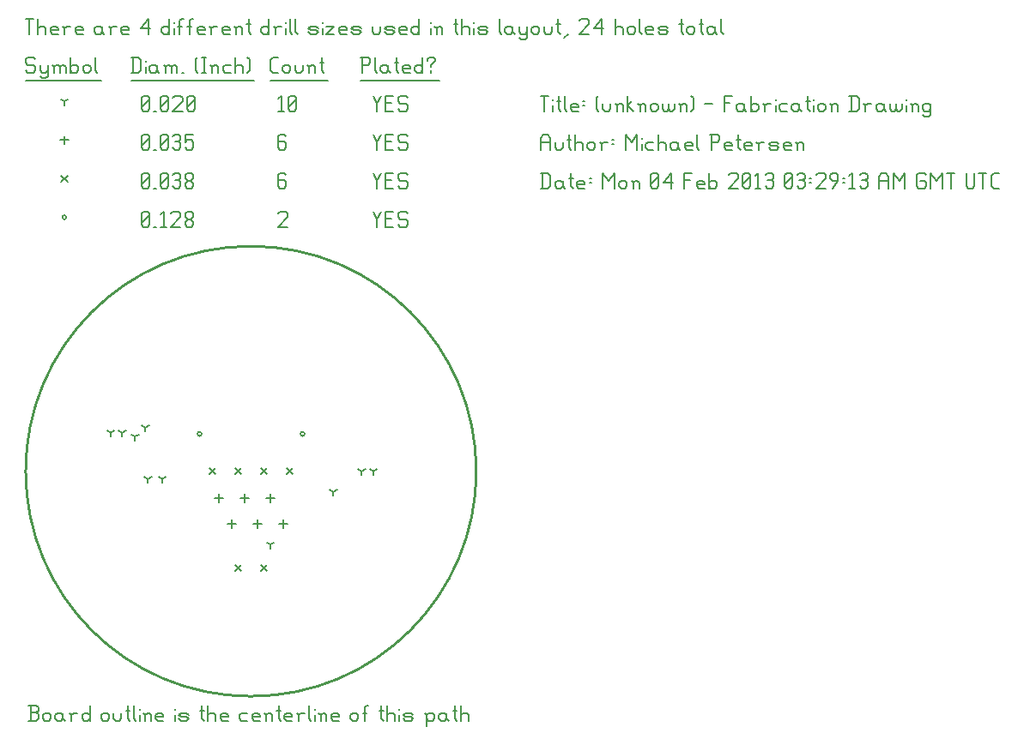
<source format=gbr>
G04 start of page 12 for group -3984 idx -3984 *
G04 Title: (unknown), fab *
G04 Creator: pcb 20110918 *
G04 CreationDate: Mon 04 Feb 2013 03:29:13 AM GMT UTC *
G04 For: petersen *
G04 Format: Gerber/RS-274X *
G04 PCB-Dimensions: 175000 175000 *
G04 PCB-Coordinate-Origin: lower left *
%MOIN*%
%FSLAX25Y25*%
%LNFAB*%
%ADD57C,0.0100*%
%ADD56C,0.0075*%
%ADD55C,0.0060*%
%ADD54R,0.0080X0.0080*%
G54D54*X106700Y102000D02*G75*G03X108300Y102000I800J0D01*G01*
G75*G03X106700Y102000I-800J0D01*G01*
X66700D02*G75*G03X68300Y102000I800J0D01*G01*
G75*G03X66700Y102000I-800J0D01*G01*
X14200Y186250D02*G75*G03X15800Y186250I800J0D01*G01*
G75*G03X14200Y186250I-800J0D01*G01*
G54D55*X135000Y188500D02*X136500Y185500D01*
X138000Y188500D01*
X136500Y185500D02*Y182500D01*
X139800Y185800D02*X142050D01*
X139800Y182500D02*X142800D01*
X139800Y188500D02*Y182500D01*
Y188500D02*X142800D01*
X147600D02*X148350Y187750D01*
X145350Y188500D02*X147600D01*
X144600Y187750D02*X145350Y188500D01*
X144600Y187750D02*Y186250D01*
X145350Y185500D01*
X147600D01*
X148350Y184750D01*
Y183250D01*
X147600Y182500D02*X148350Y183250D01*
X145350Y182500D02*X147600D01*
X144600Y183250D02*X145350Y182500D01*
X98000Y187750D02*X98750Y188500D01*
X101000D01*
X101750Y187750D01*
Y186250D01*
X98000Y182500D02*X101750Y186250D01*
X98000Y182500D02*X101750D01*
X45000Y183250D02*X45750Y182500D01*
X45000Y187750D02*Y183250D01*
Y187750D02*X45750Y188500D01*
X47250D01*
X48000Y187750D01*
Y183250D01*
X47250Y182500D02*X48000Y183250D01*
X45750Y182500D02*X47250D01*
X45000Y184000D02*X48000Y187000D01*
X49800Y182500D02*X50550D01*
X52350Y187300D02*X53550Y188500D01*
Y182500D01*
X52350D02*X54600D01*
X56400Y187750D02*X57150Y188500D01*
X59400D01*
X60150Y187750D01*
Y186250D01*
X56400Y182500D02*X60150Y186250D01*
X56400Y182500D02*X60150D01*
X61950Y183250D02*X62700Y182500D01*
X61950Y184450D02*Y183250D01*
Y184450D02*X63000Y185500D01*
X63900D01*
X64950Y184450D01*
Y183250D01*
X64200Y182500D02*X64950Y183250D01*
X62700Y182500D02*X64200D01*
X61950Y186550D02*X63000Y185500D01*
X61950Y187750D02*Y186550D01*
Y187750D02*X62700Y188500D01*
X64200D01*
X64950Y187750D01*
Y186550D01*
X63900Y185500D02*X64950Y186550D01*
X81300Y51200D02*X83700Y48800D01*
X81300D02*X83700Y51200D01*
X91300D02*X93700Y48800D01*
X91300D02*X93700Y51200D01*
X71300Y88700D02*X73700Y86300D01*
X71300D02*X73700Y88700D01*
X81300D02*X83700Y86300D01*
X81300D02*X83700Y88700D01*
X91300D02*X93700Y86300D01*
X91300D02*X93700Y88700D01*
X101300D02*X103700Y86300D01*
X101300D02*X103700Y88700D01*
X13800Y202450D02*X16200Y200050D01*
X13800D02*X16200Y202450D01*
X135000Y203500D02*X136500Y200500D01*
X138000Y203500D01*
X136500Y200500D02*Y197500D01*
X139800Y200800D02*X142050D01*
X139800Y197500D02*X142800D01*
X139800Y203500D02*Y197500D01*
Y203500D02*X142800D01*
X147600D02*X148350Y202750D01*
X145350Y203500D02*X147600D01*
X144600Y202750D02*X145350Y203500D01*
X144600Y202750D02*Y201250D01*
X145350Y200500D01*
X147600D01*
X148350Y199750D01*
Y198250D01*
X147600Y197500D02*X148350Y198250D01*
X145350Y197500D02*X147600D01*
X144600Y198250D02*X145350Y197500D01*
X100250Y203500D02*X101000Y202750D01*
X98750Y203500D02*X100250D01*
X98000Y202750D02*X98750Y203500D01*
X98000Y202750D02*Y198250D01*
X98750Y197500D01*
X100250Y200800D02*X101000Y200050D01*
X98000Y200800D02*X100250D01*
X98750Y197500D02*X100250D01*
X101000Y198250D01*
Y200050D02*Y198250D01*
X45000D02*X45750Y197500D01*
X45000Y202750D02*Y198250D01*
Y202750D02*X45750Y203500D01*
X47250D01*
X48000Y202750D01*
Y198250D01*
X47250Y197500D02*X48000Y198250D01*
X45750Y197500D02*X47250D01*
X45000Y199000D02*X48000Y202000D01*
X49800Y197500D02*X50550D01*
X52350Y198250D02*X53100Y197500D01*
X52350Y202750D02*Y198250D01*
Y202750D02*X53100Y203500D01*
X54600D01*
X55350Y202750D01*
Y198250D01*
X54600Y197500D02*X55350Y198250D01*
X53100Y197500D02*X54600D01*
X52350Y199000D02*X55350Y202000D01*
X57150Y202750D02*X57900Y203500D01*
X59400D01*
X60150Y202750D01*
X59400Y197500D02*X60150Y198250D01*
X57900Y197500D02*X59400D01*
X57150Y198250D02*X57900Y197500D01*
Y200800D02*X59400D01*
X60150Y202750D02*Y201550D01*
Y200050D02*Y198250D01*
Y200050D02*X59400Y200800D01*
X60150Y201550D02*X59400Y200800D01*
X61950Y198250D02*X62700Y197500D01*
X61950Y199450D02*Y198250D01*
Y199450D02*X63000Y200500D01*
X63900D01*
X64950Y199450D01*
Y198250D01*
X64200Y197500D02*X64950Y198250D01*
X62700Y197500D02*X64200D01*
X61950Y201550D02*X63000Y200500D01*
X61950Y202750D02*Y201550D01*
Y202750D02*X62700Y203500D01*
X64200D01*
X64950Y202750D01*
Y201550D01*
X63900Y200500D02*X64950Y201550D01*
X100000Y68600D02*Y65400D01*
X98400Y67000D02*X101600D01*
X95000Y78600D02*Y75400D01*
X93400Y77000D02*X96600D01*
X90000Y68600D02*Y65400D01*
X88400Y67000D02*X91600D01*
X85000Y78600D02*Y75400D01*
X83400Y77000D02*X86600D01*
X80000Y68600D02*Y65400D01*
X78400Y67000D02*X81600D01*
X75000Y78600D02*Y75400D01*
X73400Y77000D02*X76600D01*
X15000Y217850D02*Y214650D01*
X13400Y216250D02*X16600D01*
X135000Y218500D02*X136500Y215500D01*
X138000Y218500D01*
X136500Y215500D02*Y212500D01*
X139800Y215800D02*X142050D01*
X139800Y212500D02*X142800D01*
X139800Y218500D02*Y212500D01*
Y218500D02*X142800D01*
X147600D02*X148350Y217750D01*
X145350Y218500D02*X147600D01*
X144600Y217750D02*X145350Y218500D01*
X144600Y217750D02*Y216250D01*
X145350Y215500D01*
X147600D01*
X148350Y214750D01*
Y213250D01*
X147600Y212500D02*X148350Y213250D01*
X145350Y212500D02*X147600D01*
X144600Y213250D02*X145350Y212500D01*
X100250Y218500D02*X101000Y217750D01*
X98750Y218500D02*X100250D01*
X98000Y217750D02*X98750Y218500D01*
X98000Y217750D02*Y213250D01*
X98750Y212500D01*
X100250Y215800D02*X101000Y215050D01*
X98000Y215800D02*X100250D01*
X98750Y212500D02*X100250D01*
X101000Y213250D01*
Y215050D02*Y213250D01*
X45000D02*X45750Y212500D01*
X45000Y217750D02*Y213250D01*
Y217750D02*X45750Y218500D01*
X47250D01*
X48000Y217750D01*
Y213250D01*
X47250Y212500D02*X48000Y213250D01*
X45750Y212500D02*X47250D01*
X45000Y214000D02*X48000Y217000D01*
X49800Y212500D02*X50550D01*
X52350Y213250D02*X53100Y212500D01*
X52350Y217750D02*Y213250D01*
Y217750D02*X53100Y218500D01*
X54600D01*
X55350Y217750D01*
Y213250D01*
X54600Y212500D02*X55350Y213250D01*
X53100Y212500D02*X54600D01*
X52350Y214000D02*X55350Y217000D01*
X57150Y217750D02*X57900Y218500D01*
X59400D01*
X60150Y217750D01*
X59400Y212500D02*X60150Y213250D01*
X57900Y212500D02*X59400D01*
X57150Y213250D02*X57900Y212500D01*
Y215800D02*X59400D01*
X60150Y217750D02*Y216550D01*
Y215050D02*Y213250D01*
Y215050D02*X59400Y215800D01*
X60150Y216550D02*X59400Y215800D01*
X61950Y218500D02*X64950D01*
X61950D02*Y215500D01*
X62700Y216250D01*
X64200D01*
X64950Y215500D01*
Y213250D01*
X64200Y212500D02*X64950Y213250D01*
X62700Y212500D02*X64200D01*
X61950Y213250D02*X62700Y212500D01*
X95000Y59000D02*Y57400D01*
Y59000D02*X96387Y59800D01*
X95000Y59000D02*X93613Y59800D01*
X53000Y84500D02*Y82900D01*
Y84500D02*X54387Y85300D01*
X53000Y84500D02*X51613Y85300D01*
X47500Y84500D02*Y82900D01*
Y84500D02*X48887Y85300D01*
X47500Y84500D02*X46113Y85300D01*
X46500Y104500D02*Y102900D01*
Y104500D02*X47887Y105300D01*
X46500Y104500D02*X45113Y105300D01*
X42500Y101000D02*Y99400D01*
Y101000D02*X43887Y101800D01*
X42500Y101000D02*X41113Y101800D01*
X37500Y102500D02*Y100900D01*
Y102500D02*X38887Y103300D01*
X37500Y102500D02*X36113Y103300D01*
X33000Y102500D02*Y100900D01*
Y102500D02*X34387Y103300D01*
X33000Y102500D02*X31613Y103300D01*
X119500Y79500D02*Y77900D01*
Y79500D02*X120887Y80300D01*
X119500Y79500D02*X118113Y80300D01*
X130500Y87500D02*Y85900D01*
Y87500D02*X131887Y88300D01*
X130500Y87500D02*X129113Y88300D01*
X135000Y87500D02*Y85900D01*
Y87500D02*X136387Y88300D01*
X135000Y87500D02*X133613Y88300D01*
X15000Y231250D02*Y229650D01*
Y231250D02*X16387Y232050D01*
X15000Y231250D02*X13613Y232050D01*
X135000Y233500D02*X136500Y230500D01*
X138000Y233500D01*
X136500Y230500D02*Y227500D01*
X139800Y230800D02*X142050D01*
X139800Y227500D02*X142800D01*
X139800Y233500D02*Y227500D01*
Y233500D02*X142800D01*
X147600D02*X148350Y232750D01*
X145350Y233500D02*X147600D01*
X144600Y232750D02*X145350Y233500D01*
X144600Y232750D02*Y231250D01*
X145350Y230500D01*
X147600D01*
X148350Y229750D01*
Y228250D01*
X147600Y227500D02*X148350Y228250D01*
X145350Y227500D02*X147600D01*
X144600Y228250D02*X145350Y227500D01*
X98000Y232300D02*X99200Y233500D01*
Y227500D01*
X98000D02*X100250D01*
X102050Y228250D02*X102800Y227500D01*
X102050Y232750D02*Y228250D01*
Y232750D02*X102800Y233500D01*
X104300D01*
X105050Y232750D01*
Y228250D01*
X104300Y227500D02*X105050Y228250D01*
X102800Y227500D02*X104300D01*
X102050Y229000D02*X105050Y232000D01*
X45000Y228250D02*X45750Y227500D01*
X45000Y232750D02*Y228250D01*
Y232750D02*X45750Y233500D01*
X47250D01*
X48000Y232750D01*
Y228250D01*
X47250Y227500D02*X48000Y228250D01*
X45750Y227500D02*X47250D01*
X45000Y229000D02*X48000Y232000D01*
X49800Y227500D02*X50550D01*
X52350Y228250D02*X53100Y227500D01*
X52350Y232750D02*Y228250D01*
Y232750D02*X53100Y233500D01*
X54600D01*
X55350Y232750D01*
Y228250D01*
X54600Y227500D02*X55350Y228250D01*
X53100Y227500D02*X54600D01*
X52350Y229000D02*X55350Y232000D01*
X57150Y232750D02*X57900Y233500D01*
X60150D01*
X60900Y232750D01*
Y231250D01*
X57150Y227500D02*X60900Y231250D01*
X57150Y227500D02*X60900D01*
X62700Y228250D02*X63450Y227500D01*
X62700Y232750D02*Y228250D01*
Y232750D02*X63450Y233500D01*
X64950D01*
X65700Y232750D01*
Y228250D01*
X64950Y227500D02*X65700Y228250D01*
X63450Y227500D02*X64950D01*
X62700Y229000D02*X65700Y232000D01*
X3000Y248500D02*X3750Y247750D01*
X750Y248500D02*X3000D01*
X0Y247750D02*X750Y248500D01*
X0Y247750D02*Y246250D01*
X750Y245500D01*
X3000D01*
X3750Y244750D01*
Y243250D01*
X3000Y242500D02*X3750Y243250D01*
X750Y242500D02*X3000D01*
X0Y243250D02*X750Y242500D01*
X5550Y245500D02*Y243250D01*
X6300Y242500D01*
X8550Y245500D02*Y241000D01*
X7800Y240250D02*X8550Y241000D01*
X6300Y240250D02*X7800D01*
X5550Y241000D02*X6300Y240250D01*
Y242500D02*X7800D01*
X8550Y243250D01*
X11100Y244750D02*Y242500D01*
Y244750D02*X11850Y245500D01*
X12600D01*
X13350Y244750D01*
Y242500D01*
Y244750D02*X14100Y245500D01*
X14850D01*
X15600Y244750D01*
Y242500D01*
X10350Y245500D02*X11100Y244750D01*
X17400Y248500D02*Y242500D01*
Y243250D02*X18150Y242500D01*
X19650D01*
X20400Y243250D01*
Y244750D02*Y243250D01*
X19650Y245500D02*X20400Y244750D01*
X18150Y245500D02*X19650D01*
X17400Y244750D02*X18150Y245500D01*
X22200Y244750D02*Y243250D01*
Y244750D02*X22950Y245500D01*
X24450D01*
X25200Y244750D01*
Y243250D01*
X24450Y242500D02*X25200Y243250D01*
X22950Y242500D02*X24450D01*
X22200Y243250D02*X22950Y242500D01*
X27000Y248500D02*Y243250D01*
X27750Y242500D01*
X0Y239250D02*X29250D01*
X41750Y248500D02*Y242500D01*
X43700Y248500D02*X44750Y247450D01*
Y243550D01*
X43700Y242500D02*X44750Y243550D01*
X41000Y242500D02*X43700D01*
X41000Y248500D02*X43700D01*
G54D56*X46550Y247000D02*Y246850D01*
G54D55*Y244750D02*Y242500D01*
X50300Y245500D02*X51050Y244750D01*
X48800Y245500D02*X50300D01*
X48050Y244750D02*X48800Y245500D01*
X48050Y244750D02*Y243250D01*
X48800Y242500D01*
X51050Y245500D02*Y243250D01*
X51800Y242500D01*
X48800D02*X50300D01*
X51050Y243250D01*
X54350Y244750D02*Y242500D01*
Y244750D02*X55100Y245500D01*
X55850D01*
X56600Y244750D01*
Y242500D01*
Y244750D02*X57350Y245500D01*
X58100D01*
X58850Y244750D01*
Y242500D01*
X53600Y245500D02*X54350Y244750D01*
X60650Y242500D02*X61400D01*
X65900Y243250D02*X66650Y242500D01*
X65900Y247750D02*X66650Y248500D01*
X65900Y247750D02*Y243250D01*
X68450Y248500D02*X69950D01*
X69200D02*Y242500D01*
X68450D02*X69950D01*
X72500Y244750D02*Y242500D01*
Y244750D02*X73250Y245500D01*
X74000D01*
X74750Y244750D01*
Y242500D01*
X71750Y245500D02*X72500Y244750D01*
X77300Y245500D02*X79550D01*
X76550Y244750D02*X77300Y245500D01*
X76550Y244750D02*Y243250D01*
X77300Y242500D01*
X79550D01*
X81350Y248500D02*Y242500D01*
Y244750D02*X82100Y245500D01*
X83600D01*
X84350Y244750D01*
Y242500D01*
X86150Y248500D02*X86900Y247750D01*
Y243250D01*
X86150Y242500D02*X86900Y243250D01*
X41000Y239250D02*X88700D01*
X96050Y242500D02*X98000D01*
X95000Y243550D02*X96050Y242500D01*
X95000Y247450D02*Y243550D01*
Y247450D02*X96050Y248500D01*
X98000D01*
X99800Y244750D02*Y243250D01*
Y244750D02*X100550Y245500D01*
X102050D01*
X102800Y244750D01*
Y243250D01*
X102050Y242500D02*X102800Y243250D01*
X100550Y242500D02*X102050D01*
X99800Y243250D02*X100550Y242500D01*
X104600Y245500D02*Y243250D01*
X105350Y242500D01*
X106850D01*
X107600Y243250D01*
Y245500D02*Y243250D01*
X110150Y244750D02*Y242500D01*
Y244750D02*X110900Y245500D01*
X111650D01*
X112400Y244750D01*
Y242500D01*
X109400Y245500D02*X110150Y244750D01*
X114950Y248500D02*Y243250D01*
X115700Y242500D01*
X114200Y246250D02*X115700D01*
X95000Y239250D02*X117200D01*
X130750Y248500D02*Y242500D01*
X130000Y248500D02*X133000D01*
X133750Y247750D01*
Y246250D01*
X133000Y245500D02*X133750Y246250D01*
X130750Y245500D02*X133000D01*
X135550Y248500D02*Y243250D01*
X136300Y242500D01*
X140050Y245500D02*X140800Y244750D01*
X138550Y245500D02*X140050D01*
X137800Y244750D02*X138550Y245500D01*
X137800Y244750D02*Y243250D01*
X138550Y242500D01*
X140800Y245500D02*Y243250D01*
X141550Y242500D01*
X138550D02*X140050D01*
X140800Y243250D01*
X144100Y248500D02*Y243250D01*
X144850Y242500D01*
X143350Y246250D02*X144850D01*
X147100Y242500D02*X149350D01*
X146350Y243250D02*X147100Y242500D01*
X146350Y244750D02*Y243250D01*
Y244750D02*X147100Y245500D01*
X148600D01*
X149350Y244750D01*
X146350Y244000D02*X149350D01*
Y244750D02*Y244000D01*
X154150Y248500D02*Y242500D01*
X153400D02*X154150Y243250D01*
X151900Y242500D02*X153400D01*
X151150Y243250D02*X151900Y242500D01*
X151150Y244750D02*Y243250D01*
Y244750D02*X151900Y245500D01*
X153400D01*
X154150Y244750D01*
X157450Y245500D02*Y244750D01*
Y243250D02*Y242500D01*
X155950Y247750D02*Y247000D01*
Y247750D02*X156700Y248500D01*
X158200D01*
X158950Y247750D01*
Y247000D01*
X157450Y245500D02*X158950Y247000D01*
X130000Y239250D02*X160750D01*
X0Y263500D02*X3000D01*
X1500D02*Y257500D01*
X4800Y263500D02*Y257500D01*
Y259750D02*X5550Y260500D01*
X7050D01*
X7800Y259750D01*
Y257500D01*
X10350D02*X12600D01*
X9600Y258250D02*X10350Y257500D01*
X9600Y259750D02*Y258250D01*
Y259750D02*X10350Y260500D01*
X11850D01*
X12600Y259750D01*
X9600Y259000D02*X12600D01*
Y259750D02*Y259000D01*
X15150Y259750D02*Y257500D01*
Y259750D02*X15900Y260500D01*
X17400D01*
X14400D02*X15150Y259750D01*
X19950Y257500D02*X22200D01*
X19200Y258250D02*X19950Y257500D01*
X19200Y259750D02*Y258250D01*
Y259750D02*X19950Y260500D01*
X21450D01*
X22200Y259750D01*
X19200Y259000D02*X22200D01*
Y259750D02*Y259000D01*
X28950Y260500D02*X29700Y259750D01*
X27450Y260500D02*X28950D01*
X26700Y259750D02*X27450Y260500D01*
X26700Y259750D02*Y258250D01*
X27450Y257500D01*
X29700Y260500D02*Y258250D01*
X30450Y257500D01*
X27450D02*X28950D01*
X29700Y258250D01*
X33000Y259750D02*Y257500D01*
Y259750D02*X33750Y260500D01*
X35250D01*
X32250D02*X33000Y259750D01*
X37800Y257500D02*X40050D01*
X37050Y258250D02*X37800Y257500D01*
X37050Y259750D02*Y258250D01*
Y259750D02*X37800Y260500D01*
X39300D01*
X40050Y259750D01*
X37050Y259000D02*X40050D01*
Y259750D02*Y259000D01*
X44550Y259750D02*X47550Y263500D01*
X44550Y259750D02*X48300D01*
X47550Y263500D02*Y257500D01*
X55800Y263500D02*Y257500D01*
X55050D02*X55800Y258250D01*
X53550Y257500D02*X55050D01*
X52800Y258250D02*X53550Y257500D01*
X52800Y259750D02*Y258250D01*
Y259750D02*X53550Y260500D01*
X55050D01*
X55800Y259750D01*
G54D56*X57600Y262000D02*Y261850D01*
G54D55*Y259750D02*Y257500D01*
X59850Y262750D02*Y257500D01*
Y262750D02*X60600Y263500D01*
X61350D01*
X59100Y260500D02*X60600D01*
X63600Y262750D02*Y257500D01*
Y262750D02*X64350Y263500D01*
X65100D01*
X62850Y260500D02*X64350D01*
X67350Y257500D02*X69600D01*
X66600Y258250D02*X67350Y257500D01*
X66600Y259750D02*Y258250D01*
Y259750D02*X67350Y260500D01*
X68850D01*
X69600Y259750D01*
X66600Y259000D02*X69600D01*
Y259750D02*Y259000D01*
X72150Y259750D02*Y257500D01*
Y259750D02*X72900Y260500D01*
X74400D01*
X71400D02*X72150Y259750D01*
X76950Y257500D02*X79200D01*
X76200Y258250D02*X76950Y257500D01*
X76200Y259750D02*Y258250D01*
Y259750D02*X76950Y260500D01*
X78450D01*
X79200Y259750D01*
X76200Y259000D02*X79200D01*
Y259750D02*Y259000D01*
X81750Y259750D02*Y257500D01*
Y259750D02*X82500Y260500D01*
X83250D01*
X84000Y259750D01*
Y257500D01*
X81000Y260500D02*X81750Y259750D01*
X86550Y263500D02*Y258250D01*
X87300Y257500D01*
X85800Y261250D02*X87300D01*
X94500Y263500D02*Y257500D01*
X93750D02*X94500Y258250D01*
X92250Y257500D02*X93750D01*
X91500Y258250D02*X92250Y257500D01*
X91500Y259750D02*Y258250D01*
Y259750D02*X92250Y260500D01*
X93750D01*
X94500Y259750D01*
X97050D02*Y257500D01*
Y259750D02*X97800Y260500D01*
X99300D01*
X96300D02*X97050Y259750D01*
G54D56*X101100Y262000D02*Y261850D01*
G54D55*Y259750D02*Y257500D01*
X102600Y263500D02*Y258250D01*
X103350Y257500D01*
X104850Y263500D02*Y258250D01*
X105600Y257500D01*
X110550D02*X112800D01*
X113550Y258250D01*
X112800Y259000D02*X113550Y258250D01*
X110550Y259000D02*X112800D01*
X109800Y259750D02*X110550Y259000D01*
X109800Y259750D02*X110550Y260500D01*
X112800D01*
X113550Y259750D01*
X109800Y258250D02*X110550Y257500D01*
G54D56*X115350Y262000D02*Y261850D01*
G54D55*Y259750D02*Y257500D01*
X116850Y260500D02*X119850D01*
X116850Y257500D02*X119850Y260500D01*
X116850Y257500D02*X119850D01*
X122400D02*X124650D01*
X121650Y258250D02*X122400Y257500D01*
X121650Y259750D02*Y258250D01*
Y259750D02*X122400Y260500D01*
X123900D01*
X124650Y259750D01*
X121650Y259000D02*X124650D01*
Y259750D02*Y259000D01*
X127200Y257500D02*X129450D01*
X130200Y258250D01*
X129450Y259000D02*X130200Y258250D01*
X127200Y259000D02*X129450D01*
X126450Y259750D02*X127200Y259000D01*
X126450Y259750D02*X127200Y260500D01*
X129450D01*
X130200Y259750D01*
X126450Y258250D02*X127200Y257500D01*
X134700Y260500D02*Y258250D01*
X135450Y257500D01*
X136950D01*
X137700Y258250D01*
Y260500D02*Y258250D01*
X140250Y257500D02*X142500D01*
X143250Y258250D01*
X142500Y259000D02*X143250Y258250D01*
X140250Y259000D02*X142500D01*
X139500Y259750D02*X140250Y259000D01*
X139500Y259750D02*X140250Y260500D01*
X142500D01*
X143250Y259750D01*
X139500Y258250D02*X140250Y257500D01*
X145800D02*X148050D01*
X145050Y258250D02*X145800Y257500D01*
X145050Y259750D02*Y258250D01*
Y259750D02*X145800Y260500D01*
X147300D01*
X148050Y259750D01*
X145050Y259000D02*X148050D01*
Y259750D02*Y259000D01*
X152850Y263500D02*Y257500D01*
X152100D02*X152850Y258250D01*
X150600Y257500D02*X152100D01*
X149850Y258250D02*X150600Y257500D01*
X149850Y259750D02*Y258250D01*
Y259750D02*X150600Y260500D01*
X152100D01*
X152850Y259750D01*
G54D56*X157350Y262000D02*Y261850D01*
G54D55*Y259750D02*Y257500D01*
X159600Y259750D02*Y257500D01*
Y259750D02*X160350Y260500D01*
X161100D01*
X161850Y259750D01*
Y257500D01*
X158850Y260500D02*X159600Y259750D01*
X167100Y263500D02*Y258250D01*
X167850Y257500D01*
X166350Y261250D02*X167850D01*
X169350Y263500D02*Y257500D01*
Y259750D02*X170100Y260500D01*
X171600D01*
X172350Y259750D01*
Y257500D01*
G54D56*X174150Y262000D02*Y261850D01*
G54D55*Y259750D02*Y257500D01*
X176400D02*X178650D01*
X179400Y258250D01*
X178650Y259000D02*X179400Y258250D01*
X176400Y259000D02*X178650D01*
X175650Y259750D02*X176400Y259000D01*
X175650Y259750D02*X176400Y260500D01*
X178650D01*
X179400Y259750D01*
X175650Y258250D02*X176400Y257500D01*
X183900Y263500D02*Y258250D01*
X184650Y257500D01*
X188400Y260500D02*X189150Y259750D01*
X186900Y260500D02*X188400D01*
X186150Y259750D02*X186900Y260500D01*
X186150Y259750D02*Y258250D01*
X186900Y257500D01*
X189150Y260500D02*Y258250D01*
X189900Y257500D01*
X186900D02*X188400D01*
X189150Y258250D01*
X191700Y260500D02*Y258250D01*
X192450Y257500D01*
X194700Y260500D02*Y256000D01*
X193950Y255250D02*X194700Y256000D01*
X192450Y255250D02*X193950D01*
X191700Y256000D02*X192450Y255250D01*
Y257500D02*X193950D01*
X194700Y258250D01*
X196500Y259750D02*Y258250D01*
Y259750D02*X197250Y260500D01*
X198750D01*
X199500Y259750D01*
Y258250D01*
X198750Y257500D02*X199500Y258250D01*
X197250Y257500D02*X198750D01*
X196500Y258250D02*X197250Y257500D01*
X201300Y260500D02*Y258250D01*
X202050Y257500D01*
X203550D01*
X204300Y258250D01*
Y260500D02*Y258250D01*
X206850Y263500D02*Y258250D01*
X207600Y257500D01*
X206100Y261250D02*X207600D01*
X209100Y256000D02*X210600Y257500D01*
X215100Y262750D02*X215850Y263500D01*
X218100D01*
X218850Y262750D01*
Y261250D01*
X215100Y257500D02*X218850Y261250D01*
X215100Y257500D02*X218850D01*
X220650Y259750D02*X223650Y263500D01*
X220650Y259750D02*X224400D01*
X223650Y263500D02*Y257500D01*
X228900Y263500D02*Y257500D01*
Y259750D02*X229650Y260500D01*
X231150D01*
X231900Y259750D01*
Y257500D01*
X233700Y259750D02*Y258250D01*
Y259750D02*X234450Y260500D01*
X235950D01*
X236700Y259750D01*
Y258250D01*
X235950Y257500D02*X236700Y258250D01*
X234450Y257500D02*X235950D01*
X233700Y258250D02*X234450Y257500D01*
X238500Y263500D02*Y258250D01*
X239250Y257500D01*
X241500D02*X243750D01*
X240750Y258250D02*X241500Y257500D01*
X240750Y259750D02*Y258250D01*
Y259750D02*X241500Y260500D01*
X243000D01*
X243750Y259750D01*
X240750Y259000D02*X243750D01*
Y259750D02*Y259000D01*
X246300Y257500D02*X248550D01*
X249300Y258250D01*
X248550Y259000D02*X249300Y258250D01*
X246300Y259000D02*X248550D01*
X245550Y259750D02*X246300Y259000D01*
X245550Y259750D02*X246300Y260500D01*
X248550D01*
X249300Y259750D01*
X245550Y258250D02*X246300Y257500D01*
X254550Y263500D02*Y258250D01*
X255300Y257500D01*
X253800Y261250D02*X255300D01*
X256800Y259750D02*Y258250D01*
Y259750D02*X257550Y260500D01*
X259050D01*
X259800Y259750D01*
Y258250D01*
X259050Y257500D02*X259800Y258250D01*
X257550Y257500D02*X259050D01*
X256800Y258250D02*X257550Y257500D01*
X262350Y263500D02*Y258250D01*
X263100Y257500D01*
X261600Y261250D02*X263100D01*
X266850Y260500D02*X267600Y259750D01*
X265350Y260500D02*X266850D01*
X264600Y259750D02*X265350Y260500D01*
X264600Y259750D02*Y258250D01*
X265350Y257500D01*
X267600Y260500D02*Y258250D01*
X268350Y257500D01*
X265350D02*X266850D01*
X267600Y258250D01*
X270150Y263500D02*Y258250D01*
X270900Y257500D01*
G54D57*X0Y87500D03*
X175000D03*
X87500Y175000D03*
Y0D03*
X0Y87500D02*G75*G03X0Y87500I87500J0D01*G01*
G54D55*X1175Y-9500D02*X4175D01*
X4925Y-8750D01*
Y-6950D02*Y-8750D01*
X4175Y-6200D02*X4925Y-6950D01*
X1925Y-6200D02*X4175D01*
X1925Y-3500D02*Y-9500D01*
X1175Y-3500D02*X4175D01*
X4925Y-4250D01*
Y-5450D01*
X4175Y-6200D02*X4925Y-5450D01*
X6725Y-7250D02*Y-8750D01*
Y-7250D02*X7475Y-6500D01*
X8975D01*
X9725Y-7250D01*
Y-8750D01*
X8975Y-9500D02*X9725Y-8750D01*
X7475Y-9500D02*X8975D01*
X6725Y-8750D02*X7475Y-9500D01*
X13775Y-6500D02*X14525Y-7250D01*
X12275Y-6500D02*X13775D01*
X11525Y-7250D02*X12275Y-6500D01*
X11525Y-7250D02*Y-8750D01*
X12275Y-9500D01*
X14525Y-6500D02*Y-8750D01*
X15275Y-9500D01*
X12275D02*X13775D01*
X14525Y-8750D01*
X17825Y-7250D02*Y-9500D01*
Y-7250D02*X18575Y-6500D01*
X20075D01*
X17075D02*X17825Y-7250D01*
X24875Y-3500D02*Y-9500D01*
X24125D02*X24875Y-8750D01*
X22625Y-9500D02*X24125D01*
X21875Y-8750D02*X22625Y-9500D01*
X21875Y-7250D02*Y-8750D01*
Y-7250D02*X22625Y-6500D01*
X24125D01*
X24875Y-7250D01*
X29375D02*Y-8750D01*
Y-7250D02*X30125Y-6500D01*
X31625D01*
X32375Y-7250D01*
Y-8750D01*
X31625Y-9500D02*X32375Y-8750D01*
X30125Y-9500D02*X31625D01*
X29375Y-8750D02*X30125Y-9500D01*
X34175Y-6500D02*Y-8750D01*
X34925Y-9500D01*
X36425D01*
X37175Y-8750D01*
Y-6500D02*Y-8750D01*
X39725Y-3500D02*Y-8750D01*
X40475Y-9500D01*
X38975Y-5750D02*X40475D01*
X41975Y-3500D02*Y-8750D01*
X42725Y-9500D01*
G54D56*X44225Y-5000D02*Y-5150D01*
G54D55*Y-7250D02*Y-9500D01*
X46475Y-7250D02*Y-9500D01*
Y-7250D02*X47225Y-6500D01*
X47975D01*
X48725Y-7250D01*
Y-9500D01*
X45725Y-6500D02*X46475Y-7250D01*
X51275Y-9500D02*X53525D01*
X50525Y-8750D02*X51275Y-9500D01*
X50525Y-7250D02*Y-8750D01*
Y-7250D02*X51275Y-6500D01*
X52775D01*
X53525Y-7250D01*
X50525Y-8000D02*X53525D01*
Y-7250D02*Y-8000D01*
G54D56*X58025Y-5000D02*Y-5150D01*
G54D55*Y-7250D02*Y-9500D01*
X60275D02*X62525D01*
X63275Y-8750D01*
X62525Y-8000D02*X63275Y-8750D01*
X60275Y-8000D02*X62525D01*
X59525Y-7250D02*X60275Y-8000D01*
X59525Y-7250D02*X60275Y-6500D01*
X62525D01*
X63275Y-7250D01*
X59525Y-8750D02*X60275Y-9500D01*
X68525Y-3500D02*Y-8750D01*
X69275Y-9500D01*
X67775Y-5750D02*X69275D01*
X70775Y-3500D02*Y-9500D01*
Y-7250D02*X71525Y-6500D01*
X73025D01*
X73775Y-7250D01*
Y-9500D01*
X76325D02*X78575D01*
X75575Y-8750D02*X76325Y-9500D01*
X75575Y-7250D02*Y-8750D01*
Y-7250D02*X76325Y-6500D01*
X77825D01*
X78575Y-7250D01*
X75575Y-8000D02*X78575D01*
Y-7250D02*Y-8000D01*
X83825Y-6500D02*X86075D01*
X83075Y-7250D02*X83825Y-6500D01*
X83075Y-7250D02*Y-8750D01*
X83825Y-9500D01*
X86075D01*
X88625D02*X90875D01*
X87875Y-8750D02*X88625Y-9500D01*
X87875Y-7250D02*Y-8750D01*
Y-7250D02*X88625Y-6500D01*
X90125D01*
X90875Y-7250D01*
X87875Y-8000D02*X90875D01*
Y-7250D02*Y-8000D01*
X93425Y-7250D02*Y-9500D01*
Y-7250D02*X94175Y-6500D01*
X94925D01*
X95675Y-7250D01*
Y-9500D01*
X92675Y-6500D02*X93425Y-7250D01*
X98225Y-3500D02*Y-8750D01*
X98975Y-9500D01*
X97475Y-5750D02*X98975D01*
X101225Y-9500D02*X103475D01*
X100475Y-8750D02*X101225Y-9500D01*
X100475Y-7250D02*Y-8750D01*
Y-7250D02*X101225Y-6500D01*
X102725D01*
X103475Y-7250D01*
X100475Y-8000D02*X103475D01*
Y-7250D02*Y-8000D01*
X106025Y-7250D02*Y-9500D01*
Y-7250D02*X106775Y-6500D01*
X108275D01*
X105275D02*X106025Y-7250D01*
X110075Y-3500D02*Y-8750D01*
X110825Y-9500D01*
G54D56*X112325Y-5000D02*Y-5150D01*
G54D55*Y-7250D02*Y-9500D01*
X114575Y-7250D02*Y-9500D01*
Y-7250D02*X115325Y-6500D01*
X116075D01*
X116825Y-7250D01*
Y-9500D01*
X113825Y-6500D02*X114575Y-7250D01*
X119375Y-9500D02*X121625D01*
X118625Y-8750D02*X119375Y-9500D01*
X118625Y-7250D02*Y-8750D01*
Y-7250D02*X119375Y-6500D01*
X120875D01*
X121625Y-7250D01*
X118625Y-8000D02*X121625D01*
Y-7250D02*Y-8000D01*
X126125Y-7250D02*Y-8750D01*
Y-7250D02*X126875Y-6500D01*
X128375D01*
X129125Y-7250D01*
Y-8750D01*
X128375Y-9500D02*X129125Y-8750D01*
X126875Y-9500D02*X128375D01*
X126125Y-8750D02*X126875Y-9500D01*
X131675Y-4250D02*Y-9500D01*
Y-4250D02*X132425Y-3500D01*
X133175D01*
X130925Y-6500D02*X132425D01*
X138125Y-3500D02*Y-8750D01*
X138875Y-9500D01*
X137375Y-5750D02*X138875D01*
X140375Y-3500D02*Y-9500D01*
Y-7250D02*X141125Y-6500D01*
X142625D01*
X143375Y-7250D01*
Y-9500D01*
G54D56*X145175Y-5000D02*Y-5150D01*
G54D55*Y-7250D02*Y-9500D01*
X147425D02*X149675D01*
X150425Y-8750D01*
X149675Y-8000D02*X150425Y-8750D01*
X147425Y-8000D02*X149675D01*
X146675Y-7250D02*X147425Y-8000D01*
X146675Y-7250D02*X147425Y-6500D01*
X149675D01*
X150425Y-7250D01*
X146675Y-8750D02*X147425Y-9500D01*
X155675Y-7250D02*Y-11750D01*
X154925Y-6500D02*X155675Y-7250D01*
X156425Y-6500D01*
X157925D01*
X158675Y-7250D01*
Y-8750D01*
X157925Y-9500D02*X158675Y-8750D01*
X156425Y-9500D02*X157925D01*
X155675Y-8750D02*X156425Y-9500D01*
X162725Y-6500D02*X163475Y-7250D01*
X161225Y-6500D02*X162725D01*
X160475Y-7250D02*X161225Y-6500D01*
X160475Y-7250D02*Y-8750D01*
X161225Y-9500D01*
X163475Y-6500D02*Y-8750D01*
X164225Y-9500D01*
X161225D02*X162725D01*
X163475Y-8750D01*
X166775Y-3500D02*Y-8750D01*
X167525Y-9500D01*
X166025Y-5750D02*X167525D01*
X169025Y-3500D02*Y-9500D01*
Y-7250D02*X169775Y-6500D01*
X171275D01*
X172025Y-7250D01*
Y-9500D01*
X200750Y203500D02*Y197500D01*
X202700Y203500D02*X203750Y202450D01*
Y198550D01*
X202700Y197500D02*X203750Y198550D01*
X200000Y197500D02*X202700D01*
X200000Y203500D02*X202700D01*
X207800Y200500D02*X208550Y199750D01*
X206300Y200500D02*X207800D01*
X205550Y199750D02*X206300Y200500D01*
X205550Y199750D02*Y198250D01*
X206300Y197500D01*
X208550Y200500D02*Y198250D01*
X209300Y197500D01*
X206300D02*X207800D01*
X208550Y198250D01*
X211850Y203500D02*Y198250D01*
X212600Y197500D01*
X211100Y201250D02*X212600D01*
X214850Y197500D02*X217100D01*
X214100Y198250D02*X214850Y197500D01*
X214100Y199750D02*Y198250D01*
Y199750D02*X214850Y200500D01*
X216350D01*
X217100Y199750D01*
X214100Y199000D02*X217100D01*
Y199750D02*Y199000D01*
X218900Y201250D02*X219650D01*
X218900Y199750D02*X219650D01*
X224150Y203500D02*Y197500D01*
Y203500D02*X226400Y200500D01*
X228650Y203500D01*
Y197500D01*
X230450Y199750D02*Y198250D01*
Y199750D02*X231200Y200500D01*
X232700D01*
X233450Y199750D01*
Y198250D01*
X232700Y197500D02*X233450Y198250D01*
X231200Y197500D02*X232700D01*
X230450Y198250D02*X231200Y197500D01*
X236000Y199750D02*Y197500D01*
Y199750D02*X236750Y200500D01*
X237500D01*
X238250Y199750D01*
Y197500D01*
X235250Y200500D02*X236000Y199750D01*
X242750Y198250D02*X243500Y197500D01*
X242750Y202750D02*Y198250D01*
Y202750D02*X243500Y203500D01*
X245000D01*
X245750Y202750D01*
Y198250D01*
X245000Y197500D02*X245750Y198250D01*
X243500Y197500D02*X245000D01*
X242750Y199000D02*X245750Y202000D01*
X247550Y199750D02*X250550Y203500D01*
X247550Y199750D02*X251300D01*
X250550Y203500D02*Y197500D01*
X255800Y203500D02*Y197500D01*
Y203500D02*X258800D01*
X255800Y200800D02*X258050D01*
X261350Y197500D02*X263600D01*
X260600Y198250D02*X261350Y197500D01*
X260600Y199750D02*Y198250D01*
Y199750D02*X261350Y200500D01*
X262850D01*
X263600Y199750D01*
X260600Y199000D02*X263600D01*
Y199750D02*Y199000D01*
X265400Y203500D02*Y197500D01*
Y198250D02*X266150Y197500D01*
X267650D01*
X268400Y198250D01*
Y199750D02*Y198250D01*
X267650Y200500D02*X268400Y199750D01*
X266150Y200500D02*X267650D01*
X265400Y199750D02*X266150Y200500D01*
X272900Y202750D02*X273650Y203500D01*
X275900D01*
X276650Y202750D01*
Y201250D01*
X272900Y197500D02*X276650Y201250D01*
X272900Y197500D02*X276650D01*
X278450Y198250D02*X279200Y197500D01*
X278450Y202750D02*Y198250D01*
Y202750D02*X279200Y203500D01*
X280700D01*
X281450Y202750D01*
Y198250D01*
X280700Y197500D02*X281450Y198250D01*
X279200Y197500D02*X280700D01*
X278450Y199000D02*X281450Y202000D01*
X283250Y202300D02*X284450Y203500D01*
Y197500D01*
X283250D02*X285500D01*
X287300Y202750D02*X288050Y203500D01*
X289550D01*
X290300Y202750D01*
X289550Y197500D02*X290300Y198250D01*
X288050Y197500D02*X289550D01*
X287300Y198250D02*X288050Y197500D01*
Y200800D02*X289550D01*
X290300Y202750D02*Y201550D01*
Y200050D02*Y198250D01*
Y200050D02*X289550Y200800D01*
X290300Y201550D02*X289550Y200800D01*
X294800Y198250D02*X295550Y197500D01*
X294800Y202750D02*Y198250D01*
Y202750D02*X295550Y203500D01*
X297050D01*
X297800Y202750D01*
Y198250D01*
X297050Y197500D02*X297800Y198250D01*
X295550Y197500D02*X297050D01*
X294800Y199000D02*X297800Y202000D01*
X299600Y202750D02*X300350Y203500D01*
X301850D01*
X302600Y202750D01*
X301850Y197500D02*X302600Y198250D01*
X300350Y197500D02*X301850D01*
X299600Y198250D02*X300350Y197500D01*
Y200800D02*X301850D01*
X302600Y202750D02*Y201550D01*
Y200050D02*Y198250D01*
Y200050D02*X301850Y200800D01*
X302600Y201550D02*X301850Y200800D01*
X304400Y201250D02*X305150D01*
X304400Y199750D02*X305150D01*
X306950Y202750D02*X307700Y203500D01*
X309950D01*
X310700Y202750D01*
Y201250D01*
X306950Y197500D02*X310700Y201250D01*
X306950Y197500D02*X310700D01*
X313250D02*X315500Y200500D01*
Y202750D02*Y200500D01*
X314750Y203500D02*X315500Y202750D01*
X313250Y203500D02*X314750D01*
X312500Y202750D02*X313250Y203500D01*
X312500Y202750D02*Y201250D01*
X313250Y200500D01*
X315500D01*
X317300Y201250D02*X318050D01*
X317300Y199750D02*X318050D01*
X319850Y202300D02*X321050Y203500D01*
Y197500D01*
X319850D02*X322100D01*
X323900Y202750D02*X324650Y203500D01*
X326150D01*
X326900Y202750D01*
X326150Y197500D02*X326900Y198250D01*
X324650Y197500D02*X326150D01*
X323900Y198250D02*X324650Y197500D01*
Y200800D02*X326150D01*
X326900Y202750D02*Y201550D01*
Y200050D02*Y198250D01*
Y200050D02*X326150Y200800D01*
X326900Y201550D02*X326150Y200800D01*
X331400Y202000D02*Y197500D01*
Y202000D02*X332450Y203500D01*
X334100D01*
X335150Y202000D01*
Y197500D01*
X331400Y200500D02*X335150D01*
X336950Y203500D02*Y197500D01*
Y203500D02*X339200Y200500D01*
X341450Y203500D01*
Y197500D01*
X348950Y203500D02*X349700Y202750D01*
X346700Y203500D02*X348950D01*
X345950Y202750D02*X346700Y203500D01*
X345950Y202750D02*Y198250D01*
X346700Y197500D01*
X348950D01*
X349700Y198250D01*
Y199750D02*Y198250D01*
X348950Y200500D02*X349700Y199750D01*
X347450Y200500D02*X348950D01*
X351500Y203500D02*Y197500D01*
Y203500D02*X353750Y200500D01*
X356000Y203500D01*
Y197500D01*
X357800Y203500D02*X360800D01*
X359300D02*Y197500D01*
X365300Y203500D02*Y198250D01*
X366050Y197500D01*
X367550D01*
X368300Y198250D01*
Y203500D02*Y198250D01*
X370100Y203500D02*X373100D01*
X371600D02*Y197500D01*
X375950D02*X377900D01*
X374900Y198550D02*X375950Y197500D01*
X374900Y202450D02*Y198550D01*
Y202450D02*X375950Y203500D01*
X377900D01*
X200000Y217000D02*Y212500D01*
Y217000D02*X201050Y218500D01*
X202700D01*
X203750Y217000D01*
Y212500D01*
X200000Y215500D02*X203750D01*
X205550D02*Y213250D01*
X206300Y212500D01*
X207800D01*
X208550Y213250D01*
Y215500D02*Y213250D01*
X211100Y218500D02*Y213250D01*
X211850Y212500D01*
X210350Y216250D02*X211850D01*
X213350Y218500D02*Y212500D01*
Y214750D02*X214100Y215500D01*
X215600D01*
X216350Y214750D01*
Y212500D01*
X218150Y214750D02*Y213250D01*
Y214750D02*X218900Y215500D01*
X220400D01*
X221150Y214750D01*
Y213250D01*
X220400Y212500D02*X221150Y213250D01*
X218900Y212500D02*X220400D01*
X218150Y213250D02*X218900Y212500D01*
X223700Y214750D02*Y212500D01*
Y214750D02*X224450Y215500D01*
X225950D01*
X222950D02*X223700Y214750D01*
X227750Y216250D02*X228500D01*
X227750Y214750D02*X228500D01*
X233000Y218500D02*Y212500D01*
Y218500D02*X235250Y215500D01*
X237500Y218500D01*
Y212500D01*
G54D56*X239300Y217000D02*Y216850D01*
G54D55*Y214750D02*Y212500D01*
X241550Y215500D02*X243800D01*
X240800Y214750D02*X241550Y215500D01*
X240800Y214750D02*Y213250D01*
X241550Y212500D01*
X243800D01*
X245600Y218500D02*Y212500D01*
Y214750D02*X246350Y215500D01*
X247850D01*
X248600Y214750D01*
Y212500D01*
X252650Y215500D02*X253400Y214750D01*
X251150Y215500D02*X252650D01*
X250400Y214750D02*X251150Y215500D01*
X250400Y214750D02*Y213250D01*
X251150Y212500D01*
X253400Y215500D02*Y213250D01*
X254150Y212500D01*
X251150D02*X252650D01*
X253400Y213250D01*
X256700Y212500D02*X258950D01*
X255950Y213250D02*X256700Y212500D01*
X255950Y214750D02*Y213250D01*
Y214750D02*X256700Y215500D01*
X258200D01*
X258950Y214750D01*
X255950Y214000D02*X258950D01*
Y214750D02*Y214000D01*
X260750Y218500D02*Y213250D01*
X261500Y212500D01*
X266450Y218500D02*Y212500D01*
X265700Y218500D02*X268700D01*
X269450Y217750D01*
Y216250D01*
X268700Y215500D02*X269450Y216250D01*
X266450Y215500D02*X268700D01*
X272000Y212500D02*X274250D01*
X271250Y213250D02*X272000Y212500D01*
X271250Y214750D02*Y213250D01*
Y214750D02*X272000Y215500D01*
X273500D01*
X274250Y214750D01*
X271250Y214000D02*X274250D01*
Y214750D02*Y214000D01*
X276800Y218500D02*Y213250D01*
X277550Y212500D01*
X276050Y216250D02*X277550D01*
X279800Y212500D02*X282050D01*
X279050Y213250D02*X279800Y212500D01*
X279050Y214750D02*Y213250D01*
Y214750D02*X279800Y215500D01*
X281300D01*
X282050Y214750D01*
X279050Y214000D02*X282050D01*
Y214750D02*Y214000D01*
X284600Y214750D02*Y212500D01*
Y214750D02*X285350Y215500D01*
X286850D01*
X283850D02*X284600Y214750D01*
X289400Y212500D02*X291650D01*
X292400Y213250D01*
X291650Y214000D02*X292400Y213250D01*
X289400Y214000D02*X291650D01*
X288650Y214750D02*X289400Y214000D01*
X288650Y214750D02*X289400Y215500D01*
X291650D01*
X292400Y214750D01*
X288650Y213250D02*X289400Y212500D01*
X294950D02*X297200D01*
X294200Y213250D02*X294950Y212500D01*
X294200Y214750D02*Y213250D01*
Y214750D02*X294950Y215500D01*
X296450D01*
X297200Y214750D01*
X294200Y214000D02*X297200D01*
Y214750D02*Y214000D01*
X299750Y214750D02*Y212500D01*
Y214750D02*X300500Y215500D01*
X301250D01*
X302000Y214750D01*
Y212500D01*
X299000Y215500D02*X299750Y214750D01*
X200000Y233500D02*X203000D01*
X201500D02*Y227500D01*
G54D56*X204800Y232000D02*Y231850D01*
G54D55*Y229750D02*Y227500D01*
X207050Y233500D02*Y228250D01*
X207800Y227500D01*
X206300Y231250D02*X207800D01*
X209300Y233500D02*Y228250D01*
X210050Y227500D01*
X212300D02*X214550D01*
X211550Y228250D02*X212300Y227500D01*
X211550Y229750D02*Y228250D01*
Y229750D02*X212300Y230500D01*
X213800D01*
X214550Y229750D01*
X211550Y229000D02*X214550D01*
Y229750D02*Y229000D01*
X216350Y231250D02*X217100D01*
X216350Y229750D02*X217100D01*
X221600Y228250D02*X222350Y227500D01*
X221600Y232750D02*X222350Y233500D01*
X221600Y232750D02*Y228250D01*
X224150Y230500D02*Y228250D01*
X224900Y227500D01*
X226400D01*
X227150Y228250D01*
Y230500D02*Y228250D01*
X229700Y229750D02*Y227500D01*
Y229750D02*X230450Y230500D01*
X231200D01*
X231950Y229750D01*
Y227500D01*
X228950Y230500D02*X229700Y229750D01*
X233750Y233500D02*Y227500D01*
Y229750D02*X236000Y227500D01*
X233750Y229750D02*X235250Y231250D01*
X238550Y229750D02*Y227500D01*
Y229750D02*X239300Y230500D01*
X240050D01*
X240800Y229750D01*
Y227500D01*
X237800Y230500D02*X238550Y229750D01*
X242600D02*Y228250D01*
Y229750D02*X243350Y230500D01*
X244850D01*
X245600Y229750D01*
Y228250D01*
X244850Y227500D02*X245600Y228250D01*
X243350Y227500D02*X244850D01*
X242600Y228250D02*X243350Y227500D01*
X247400Y230500D02*Y228250D01*
X248150Y227500D01*
X248900D01*
X249650Y228250D01*
Y230500D02*Y228250D01*
X250400Y227500D01*
X251150D01*
X251900Y228250D01*
Y230500D02*Y228250D01*
X254450Y229750D02*Y227500D01*
Y229750D02*X255200Y230500D01*
X255950D01*
X256700Y229750D01*
Y227500D01*
X253700Y230500D02*X254450Y229750D01*
X258500Y233500D02*X259250Y232750D01*
Y228250D01*
X258500Y227500D02*X259250Y228250D01*
X263750Y230500D02*X266750D01*
X271250Y233500D02*Y227500D01*
Y233500D02*X274250D01*
X271250Y230800D02*X273500D01*
X278300Y230500D02*X279050Y229750D01*
X276800Y230500D02*X278300D01*
X276050Y229750D02*X276800Y230500D01*
X276050Y229750D02*Y228250D01*
X276800Y227500D01*
X279050Y230500D02*Y228250D01*
X279800Y227500D01*
X276800D02*X278300D01*
X279050Y228250D01*
X281600Y233500D02*Y227500D01*
Y228250D02*X282350Y227500D01*
X283850D01*
X284600Y228250D01*
Y229750D02*Y228250D01*
X283850Y230500D02*X284600Y229750D01*
X282350Y230500D02*X283850D01*
X281600Y229750D02*X282350Y230500D01*
X287150Y229750D02*Y227500D01*
Y229750D02*X287900Y230500D01*
X289400D01*
X286400D02*X287150Y229750D01*
G54D56*X291200Y232000D02*Y231850D01*
G54D55*Y229750D02*Y227500D01*
X293450Y230500D02*X295700D01*
X292700Y229750D02*X293450Y230500D01*
X292700Y229750D02*Y228250D01*
X293450Y227500D01*
X295700D01*
X299750Y230500D02*X300500Y229750D01*
X298250Y230500D02*X299750D01*
X297500Y229750D02*X298250Y230500D01*
X297500Y229750D02*Y228250D01*
X298250Y227500D01*
X300500Y230500D02*Y228250D01*
X301250Y227500D01*
X298250D02*X299750D01*
X300500Y228250D01*
X303800Y233500D02*Y228250D01*
X304550Y227500D01*
X303050Y231250D02*X304550D01*
G54D56*X306050Y232000D02*Y231850D01*
G54D55*Y229750D02*Y227500D01*
X307550Y229750D02*Y228250D01*
Y229750D02*X308300Y230500D01*
X309800D01*
X310550Y229750D01*
Y228250D01*
X309800Y227500D02*X310550Y228250D01*
X308300Y227500D02*X309800D01*
X307550Y228250D02*X308300Y227500D01*
X313100Y229750D02*Y227500D01*
Y229750D02*X313850Y230500D01*
X314600D01*
X315350Y229750D01*
Y227500D01*
X312350Y230500D02*X313100Y229750D01*
X320600Y233500D02*Y227500D01*
X322550Y233500D02*X323600Y232450D01*
Y228550D01*
X322550Y227500D02*X323600Y228550D01*
X319850Y227500D02*X322550D01*
X319850Y233500D02*X322550D01*
X326150Y229750D02*Y227500D01*
Y229750D02*X326900Y230500D01*
X328400D01*
X325400D02*X326150Y229750D01*
X332450Y230500D02*X333200Y229750D01*
X330950Y230500D02*X332450D01*
X330200Y229750D02*X330950Y230500D01*
X330200Y229750D02*Y228250D01*
X330950Y227500D01*
X333200Y230500D02*Y228250D01*
X333950Y227500D01*
X330950D02*X332450D01*
X333200Y228250D01*
X335750Y230500D02*Y228250D01*
X336500Y227500D01*
X337250D01*
X338000Y228250D01*
Y230500D02*Y228250D01*
X338750Y227500D01*
X339500D01*
X340250Y228250D01*
Y230500D02*Y228250D01*
G54D56*X342050Y232000D02*Y231850D01*
G54D55*Y229750D02*Y227500D01*
X344300Y229750D02*Y227500D01*
Y229750D02*X345050Y230500D01*
X345800D01*
X346550Y229750D01*
Y227500D01*
X343550Y230500D02*X344300Y229750D01*
X350600Y230500D02*X351350Y229750D01*
X349100Y230500D02*X350600D01*
X348350Y229750D02*X349100Y230500D01*
X348350Y229750D02*Y228250D01*
X349100Y227500D01*
X350600D01*
X351350Y228250D01*
X348350Y226000D02*X349100Y225250D01*
X350600D01*
X351350Y226000D01*
Y230500D02*Y226000D01*
M02*

</source>
